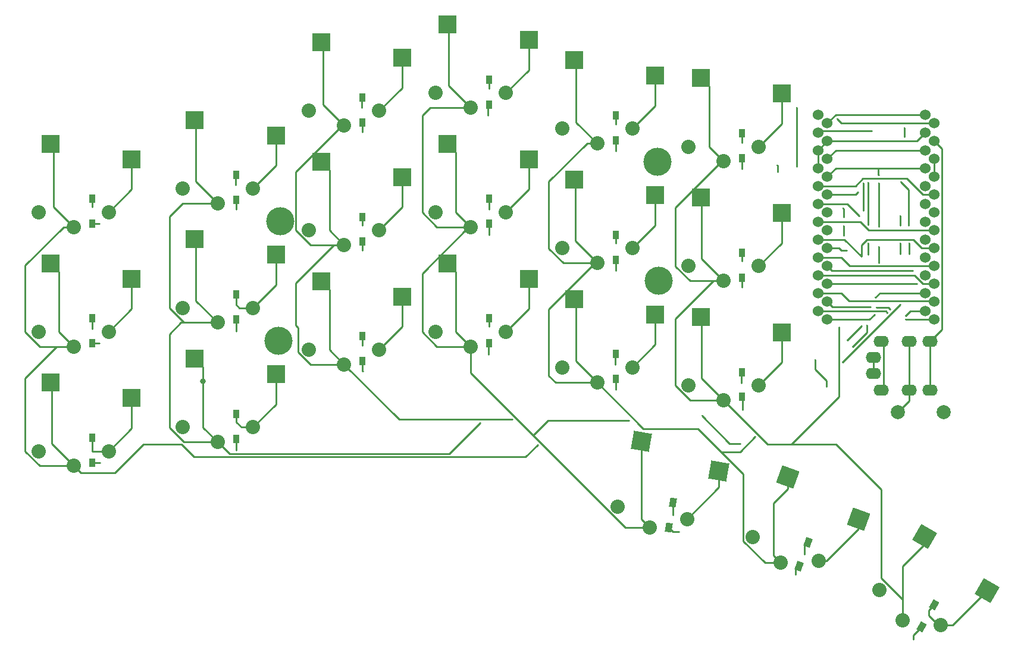
<source format=gbr>
%TF.GenerationSoftware,KiCad,Pcbnew,7.0.6*%
%TF.CreationDate,2023-09-19T12:27:45+07:00*%
%TF.ProjectId,dream,64726561-6d2e-46b6-9963-61645f706362,rev?*%
%TF.SameCoordinates,Original*%
%TF.FileFunction,Copper,L2,Bot*%
%TF.FilePolarity,Positive*%
%FSLAX46Y46*%
G04 Gerber Fmt 4.6, Leading zero omitted, Abs format (unit mm)*
G04 Created by KiCad (PCBNEW 7.0.6) date 2023-09-19 12:27:45*
%MOMM*%
%LPD*%
G01*
G04 APERTURE LIST*
G04 Aperture macros list*
%AMRotRect*
0 Rectangle, with rotation*
0 The origin of the aperture is its center*
0 $1 length*
0 $2 width*
0 $3 Rotation angle, in degrees counterclockwise*
0 Add horizontal line*
21,1,$1,$2,0,0,$3*%
G04 Aperture macros list end*
%TA.AperFunction,ComponentPad*%
%ADD10C,0.500000*%
%TD*%
%TA.AperFunction,ComponentPad*%
%ADD11C,4.000000*%
%TD*%
%TA.AperFunction,SMDPad,CuDef*%
%ADD12R,2.600000X2.600000*%
%TD*%
%TA.AperFunction,ComponentPad*%
%ADD13C,2.032000*%
%TD*%
%TA.AperFunction,ComponentPad*%
%ADD14O,2.200000X1.600000*%
%TD*%
%TA.AperFunction,ComponentPad*%
%ADD15C,2.000000*%
%TD*%
%TA.AperFunction,SMDPad,CuDef*%
%ADD16RotRect,2.600000X2.600000X340.000000*%
%TD*%
%TA.AperFunction,SMDPad,CuDef*%
%ADD17RotRect,2.600000X2.600000X330.000000*%
%TD*%
%TA.AperFunction,SMDPad,CuDef*%
%ADD18RotRect,2.600000X2.600000X350.000000*%
%TD*%
%TA.AperFunction,ComponentPad*%
%ADD19C,1.524000*%
%TD*%
%TA.AperFunction,SMDPad,CuDef*%
%ADD20R,0.950000X1.300000*%
%TD*%
%TA.AperFunction,SMDPad,CuDef*%
%ADD21RotRect,1.300000X0.950000X60.000000*%
%TD*%
%TA.AperFunction,SMDPad,CuDef*%
%ADD22RotRect,1.300000X0.950000X80.000000*%
%TD*%
%TA.AperFunction,SMDPad,CuDef*%
%ADD23RotRect,1.300000X0.950000X70.000000*%
%TD*%
%TA.AperFunction,ViaPad*%
%ADD24C,0.300000*%
%TD*%
%TA.AperFunction,ViaPad*%
%ADD25C,0.800000*%
%TD*%
%TA.AperFunction,Conductor*%
%ADD26C,0.250000*%
%TD*%
G04 APERTURE END LIST*
D10*
%TO.P,H20,1*%
%TO.N,N/C*%
X81620000Y37435000D03*
X82060000Y38495000D03*
X82060000Y36375000D03*
X83120000Y38935000D03*
D11*
X83120000Y37435000D03*
D10*
X83120000Y35935000D03*
X84180000Y38495000D03*
X84180000Y36375000D03*
X84620000Y37435000D03*
%TD*%
D12*
%TO.P,S17,1,1*%
%TO.N,c5*%
X71225000Y17850000D03*
D13*
X74500000Y6000000D03*
%TO.P,S17,2,2*%
%TO.N,Net-(D17-A)*%
X69500000Y8100000D03*
X79500000Y8100000D03*
D12*
X82775000Y15650000D03*
%TD*%
D10*
%TO.P,H21,1*%
%TO.N,N/C*%
X27900000Y28935000D03*
X28340000Y29995000D03*
X28340000Y27875000D03*
X29400000Y30435000D03*
D11*
X29400000Y28935000D03*
D10*
X29400000Y27435000D03*
X30460000Y29995000D03*
X30460000Y27875000D03*
X30900000Y28935000D03*
%TD*%
D14*
%TO.P,U2,1,SLEEVE*%
%TO.N,unconnected-(U2-SLEEVE-Pad1)*%
X113792500Y9522500D03*
X113792500Y7222500D03*
%TO.P,U2,2,TIP*%
%TO.N,VCC*%
X114892500Y11822500D03*
X114892500Y4922500D03*
%TO.P,U2,3,RING1*%
%TO.N,GND*%
X118892500Y11822500D03*
X118892500Y4922500D03*
%TO.P,U2,4,RING2*%
%TO.N,data*%
X121892500Y11822500D03*
X121892500Y4922500D03*
%TD*%
D15*
%TO.P,SW1,1,1*%
%TO.N,RST*%
X123820000Y1785000D03*
%TO.P,SW1,2,2*%
%TO.N,GND*%
X117320000Y1785000D03*
%TD*%
D12*
%TO.P,S4,1,1*%
%TO.N,c4*%
X53225000Y56950000D03*
D13*
X56500000Y45100000D03*
%TO.P,S4,2,2*%
%TO.N,Net-(D4-A)*%
X51500000Y47200000D03*
X61500000Y47200000D03*
D12*
X64775000Y54750000D03*
%TD*%
%TO.P,S8,1,1*%
%TO.N,c2*%
X17225000Y26350000D03*
D13*
X20500000Y14500000D03*
%TO.P,S8,2,2*%
%TO.N,Net-(D8-A)*%
X15500000Y16600000D03*
X25500000Y16600000D03*
D12*
X28775000Y24150000D03*
%TD*%
%TO.P,S6,1,1*%
%TO.N,c6*%
X89225000Y49300000D03*
D13*
X92500000Y37450000D03*
%TO.P,S6,2,2*%
%TO.N,Net-(D6-A)*%
X87500000Y39550000D03*
X97500000Y39550000D03*
D12*
X100775000Y47100000D03*
%TD*%
D16*
%TO.P,S20,1,1*%
%TO.N,c5*%
X101607527Y-7433713D03*
D13*
X100632081Y-19689187D03*
%TO.P,S20,2,2*%
%TO.N,Net-(D20-A)*%
X96651861Y-16005732D03*
X106048787Y-19425933D03*
D16*
X111708532Y-13451370D03*
%TD*%
D12*
%TO.P,S12,1,1*%
%TO.N,c6*%
X89225000Y32300000D03*
D13*
X92500000Y20450000D03*
%TO.P,S12,2,2*%
%TO.N,Net-(D12-A)*%
X87500000Y22550000D03*
X97500000Y22550000D03*
D12*
X100775000Y30100000D03*
%TD*%
%TO.P,S14,1,1*%
%TO.N,c2*%
X17225000Y9350000D03*
D13*
X20500000Y-2500000D03*
%TO.P,S14,2,2*%
%TO.N,Net-(D14-A)*%
X15500000Y-400000D03*
X25500000Y-400000D03*
D12*
X28775000Y7150000D03*
%TD*%
%TO.P,S10,1,1*%
%TO.N,c4*%
X53225000Y39950000D03*
D13*
X56500000Y28100000D03*
%TO.P,S10,2,2*%
%TO.N,Net-(D10-A)*%
X51500000Y30200000D03*
X61500000Y30200000D03*
D12*
X64775000Y37750000D03*
%TD*%
%TO.P,S13,1,1*%
%TO.N,c1*%
X-3275000Y5950000D03*
D13*
X0Y-5900000D03*
%TO.P,S13,2,2*%
%TO.N,Net-(D13-A)*%
X-5000000Y-3800000D03*
X5000000Y-3800000D03*
D12*
X8275000Y3750000D03*
%TD*%
%TO.P,S16,1,1*%
%TO.N,c4*%
X53225000Y22950000D03*
D13*
X56500000Y11100000D03*
%TO.P,S16,2,2*%
%TO.N,Net-(D16-A)*%
X51500000Y13200000D03*
X61500000Y13200000D03*
D12*
X64775000Y20750000D03*
%TD*%
%TO.P,S7,1,1*%
%TO.N,c1*%
X-3275000Y22950000D03*
D13*
X0Y11100000D03*
%TO.P,S7,2,2*%
%TO.N,Net-(D7-A)*%
X-5000000Y13200000D03*
X5000000Y13200000D03*
D12*
X8275000Y20750000D03*
%TD*%
D17*
%TO.P,S21,1,1*%
%TO.N,c6*%
X121065803Y-15962897D03*
D13*
X117977036Y-27862798D03*
%TO.P,S21,2,2*%
%TO.N,Net-(D21-A)*%
X114696909Y-23544144D03*
X123357163Y-28544144D03*
D17*
X129968396Y-23643153D03*
%TD*%
D12*
%TO.P,S11,1,1*%
%TO.N,c5*%
X71225000Y34850000D03*
D13*
X74500000Y23000000D03*
%TO.P,S11,2,2*%
%TO.N,Net-(D11-A)*%
X69500000Y25100000D03*
X79500000Y25100000D03*
D12*
X82775000Y32650000D03*
%TD*%
%TO.P,S18,1,1*%
%TO.N,c6*%
X89225000Y15300000D03*
D13*
X92500000Y3450000D03*
%TO.P,S18,2,2*%
%TO.N,Net-(D18-A)*%
X87500000Y5550000D03*
X97500000Y5550000D03*
D12*
X100775000Y13100000D03*
%TD*%
%TO.P,S3,1,1*%
%TO.N,c3*%
X35225000Y54400000D03*
D13*
X38500000Y42550000D03*
%TO.P,S3,2,2*%
%TO.N,Net-(D3-A)*%
X33500000Y44650000D03*
X43500000Y44650000D03*
D12*
X46775000Y52200000D03*
%TD*%
D18*
%TO.P,S19,1,1*%
%TO.N,c4*%
X80830004Y-2415238D03*
D13*
X81997518Y-14653907D03*
%TO.P,S19,2,2*%
%TO.N,Net-(D19-A)*%
X77438141Y-11717570D03*
X87286218Y-13454052D03*
D18*
X91822508Y-6587451D03*
%TD*%
D10*
%TO.P,H22,1*%
%TO.N,N/C*%
X81790000Y20455000D03*
X82230000Y21515000D03*
X82230000Y19395000D03*
X83290000Y21955000D03*
D11*
X83290000Y20455000D03*
D10*
X83290000Y18955000D03*
X84350000Y21515000D03*
X84350000Y19395000D03*
X84790000Y20455000D03*
%TD*%
D12*
%TO.P,S9,1,1*%
%TO.N,c3*%
X35225000Y37400000D03*
D13*
X38500000Y25550000D03*
%TO.P,S9,2,2*%
%TO.N,Net-(D9-A)*%
X33500000Y27650000D03*
X43500000Y27650000D03*
D12*
X46775000Y35200000D03*
%TD*%
%TO.P,S5,1,1*%
%TO.N,c5*%
X71225000Y51850000D03*
D13*
X74500000Y40000000D03*
%TO.P,S5,2,2*%
%TO.N,Net-(D5-A)*%
X69500000Y42100000D03*
X79500000Y42100000D03*
D12*
X82775000Y49650000D03*
%TD*%
%TO.P,S15,1,1*%
%TO.N,c3*%
X35225000Y20400000D03*
D13*
X38500000Y8550000D03*
%TO.P,S15,2,2*%
%TO.N,Net-(D15-A)*%
X33500000Y10650000D03*
X43500000Y10650000D03*
D12*
X46775000Y18200000D03*
%TD*%
D10*
%TO.P,H19,1*%
%TO.N,N/C*%
X27660000Y11935000D03*
X28100000Y12995000D03*
X28100000Y10875000D03*
X29160000Y13435000D03*
D11*
X29160000Y11935000D03*
D10*
X29160000Y10435000D03*
X30220000Y12995000D03*
X30220000Y10875000D03*
X30660000Y11935000D03*
%TD*%
D12*
%TO.P,S2,1,1*%
%TO.N,c2*%
X17225000Y43350000D03*
D13*
X20500000Y31500000D03*
%TO.P,S2,2,2*%
%TO.N,Net-(D2-A)*%
X15500000Y33600000D03*
X25500000Y33600000D03*
D12*
X28775000Y41150000D03*
%TD*%
D19*
%TO.P,U1,1,TX0/PD3*%
%TO.N,unconnected-(U1-TX0{slash}PD3-Pad1)*%
X105950000Y44075000D03*
X122488815Y42879255D03*
%TO.P,U1,2,RX1/PD2*%
%TO.N,data*%
X105950000Y41535000D03*
X122488815Y40339255D03*
%TO.P,U1,3,GND*%
%TO.N,GND*%
X105950000Y38995000D03*
X122488815Y37799255D03*
%TO.P,U1,4,GND*%
X105950000Y36455000D03*
X122488815Y35259255D03*
%TO.P,U1,5,2/PD1*%
%TO.N,c1*%
X105950000Y33915000D03*
X122488815Y32719255D03*
%TO.P,U1,6,3/PD0*%
%TO.N,c2*%
X105950000Y31375000D03*
X122488815Y30179255D03*
%TO.P,U1,7,4/PD4*%
%TO.N,c3*%
X105950000Y28835000D03*
X122488815Y27639255D03*
%TO.P,U1,8,5/PC6*%
%TO.N,c4*%
X105950000Y26295000D03*
X122488815Y25099255D03*
%TO.P,U1,9,6/PD7*%
%TO.N,c5*%
X105950000Y23755000D03*
X122488815Y22559255D03*
%TO.P,U1,10,7/PE6*%
%TO.N,c6*%
X105950000Y21215000D03*
X122488815Y20019255D03*
%TO.P,U1,11,8/PB4*%
%TO.N,unconnected-(U1-8{slash}PB4-Pad11)*%
X105950000Y18675000D03*
X122488815Y17479255D03*
%TO.P,U1,12,9/PB5*%
%TO.N,unconnected-(U1-9{slash}PB5-Pad12)*%
X105950000Y16135000D03*
X122488815Y14939255D03*
%TO.P,U1,13,10/PB6*%
%TO.N,unconnected-(U1-10{slash}PB6-Pad13)*%
X107248815Y14939255D03*
X121190000Y16135000D03*
%TO.P,U1,14,16/PB2*%
%TO.N,unconnected-(U1-16{slash}PB2-Pad14)*%
X107248815Y17479255D03*
X121190000Y18675000D03*
%TO.P,U1,15,14/PB3*%
%TO.N,unconnected-(U1-14{slash}PB3-Pad15)*%
X107248815Y20019255D03*
X121190000Y21215000D03*
%TO.P,U1,16,15/PB1*%
%TO.N,unconnected-(U1-15{slash}PB1-Pad16)*%
X107248815Y22559255D03*
X121190000Y23755000D03*
%TO.P,U1,17,A0/PF7*%
%TO.N,r4*%
X107248815Y25099255D03*
X121190000Y26295000D03*
%TO.P,U1,18,A1/PF6*%
%TO.N,r3*%
X107248815Y27639255D03*
X121190000Y28835000D03*
%TO.P,U1,19,A2/PF5*%
%TO.N,r2*%
X107248815Y30179255D03*
X121190000Y31375000D03*
%TO.P,U1,20,A3/PF4*%
%TO.N,r1*%
X107248815Y32719255D03*
X121190000Y33915000D03*
%TO.P,U1,21,VCC*%
%TO.N,VCC*%
X107248815Y35259255D03*
X121190000Y36455000D03*
%TO.P,U1,22,RST*%
%TO.N,RST*%
X107248815Y37799255D03*
X121190000Y38995000D03*
%TO.P,U1,23,GND*%
%TO.N,GND*%
X107248815Y40339255D03*
X121190000Y41535000D03*
%TO.P,U1,24,RAW*%
%TO.N,unconnected-(U1-RAW-Pad24)*%
X107248815Y42879255D03*
X121190000Y44075000D03*
%TD*%
D12*
%TO.P,S1,1,1*%
%TO.N,c1*%
X-3275000Y39950000D03*
D13*
X0Y28100000D03*
%TO.P,S1,2,2*%
%TO.N,Net-(D1-A)*%
X-5000000Y30200000D03*
X5000000Y30200000D03*
D12*
X8275000Y37750000D03*
%TD*%
D20*
%TO.P,D8,1,K*%
%TO.N,r2*%
X23130000Y14965000D03*
%TO.P,D8,2,A*%
%TO.N,Net-(D8-A)*%
X23130000Y18515000D03*
%TD*%
%TO.P,D6,1,K*%
%TO.N,r1*%
X95130000Y37915000D03*
%TO.P,D6,2,A*%
%TO.N,Net-(D6-A)*%
X95130000Y41465000D03*
%TD*%
%TO.P,D15,1,K*%
%TO.N,r3*%
X41130000Y9015000D03*
%TO.P,D15,2,A*%
%TO.N,Net-(D15-A)*%
X41130000Y12565000D03*
%TD*%
D21*
%TO.P,D21,1,K*%
%TO.N,r4*%
X120682500Y-28792195D03*
%TO.P,D21,2,A*%
%TO.N,Net-(D21-A)*%
X122457500Y-25717805D03*
%TD*%
D20*
%TO.P,D5,1,K*%
%TO.N,r1*%
X77130000Y40465000D03*
%TO.P,D5,2,A*%
%TO.N,Net-(D5-A)*%
X77130000Y44015000D03*
%TD*%
D22*
%TO.P,D19,1,K*%
%TO.N,r4*%
X84668309Y-14652667D03*
%TO.P,D19,2,A*%
%TO.N,Net-(D19-A)*%
X85284761Y-11156599D03*
%TD*%
D20*
%TO.P,D17,1,K*%
%TO.N,r3*%
X77130000Y6465000D03*
%TO.P,D17,2,A*%
%TO.N,Net-(D17-A)*%
X77130000Y10015000D03*
%TD*%
%TO.P,D4,1,K*%
%TO.N,r1*%
X59130000Y45565000D03*
%TO.P,D4,2,A*%
%TO.N,Net-(D4-A)*%
X59130000Y49115000D03*
%TD*%
%TO.P,D14,1,K*%
%TO.N,r3*%
X23130000Y-2035000D03*
%TO.P,D14,2,A*%
%TO.N,Net-(D14-A)*%
X23130000Y1515000D03*
%TD*%
%TO.P,D9,1,K*%
%TO.N,r2*%
X41130000Y26015000D03*
%TO.P,D9,2,A*%
%TO.N,Net-(D9-A)*%
X41130000Y29565000D03*
%TD*%
%TO.P,D3,1,K*%
%TO.N,r1*%
X41130000Y43015000D03*
%TO.P,D3,2,A*%
%TO.N,Net-(D3-A)*%
X41130000Y46565000D03*
%TD*%
%TO.P,D13,1,K*%
%TO.N,r3*%
X2630000Y-5435000D03*
%TO.P,D13,2,A*%
%TO.N,Net-(D13-A)*%
X2630000Y-1885000D03*
%TD*%
%TO.P,D10,1,K*%
%TO.N,r2*%
X59130000Y28565000D03*
%TO.P,D10,2,A*%
%TO.N,Net-(D10-A)*%
X59130000Y32115000D03*
%TD*%
%TO.P,D1,1,K*%
%TO.N,r1*%
X2630000Y28565000D03*
%TO.P,D1,2,A*%
%TO.N,Net-(D1-A)*%
X2630000Y32115000D03*
%TD*%
%TO.P,D18,1,K*%
%TO.N,r3*%
X95130000Y3915000D03*
%TO.P,D18,2,A*%
%TO.N,Net-(D18-A)*%
X95130000Y7465000D03*
%TD*%
%TO.P,D11,1,K*%
%TO.N,r2*%
X77130000Y23465000D03*
%TO.P,D11,2,A*%
%TO.N,Net-(D11-A)*%
X77130000Y27015000D03*
%TD*%
%TO.P,D16,1,K*%
%TO.N,r3*%
X59130000Y11565000D03*
%TO.P,D16,2,A*%
%TO.N,Net-(D16-A)*%
X59130000Y15115000D03*
%TD*%
%TO.P,D2,1,K*%
%TO.N,r1*%
X23130000Y31965000D03*
%TO.P,D2,2,A*%
%TO.N,Net-(D2-A)*%
X23130000Y35515000D03*
%TD*%
%TO.P,D7,1,K*%
%TO.N,r2*%
X2630000Y11565000D03*
%TO.P,D7,2,A*%
%TO.N,Net-(D7-A)*%
X2630000Y15115000D03*
%TD*%
D23*
%TO.P,D20,1,K*%
%TO.N,r4*%
X103262513Y-20151742D03*
%TO.P,D20,2,A*%
%TO.N,Net-(D20-A)*%
X104476685Y-16815834D03*
%TD*%
D20*
%TO.P,D12,1,K*%
%TO.N,r2*%
X95130000Y20915000D03*
%TO.P,D12,2,A*%
%TO.N,Net-(D12-A)*%
X95130000Y24465000D03*
%TD*%
D24*
%TO.N,unconnected-(U1-TX0{slash}PD3-Pad1)*%
X108630000Y43485000D03*
%TO.N,unconnected-(U1-9{slash}PB5-Pad12)*%
X115804477Y15910523D03*
X118418000Y14945000D03*
%TO.N,unconnected-(U1-16{slash}PB2-Pad14)*%
X114110000Y18062500D03*
X113384500Y16715000D03*
%TO.N,unconnected-(U1-15{slash}PB1-Pad16)*%
X119370000Y21935000D03*
%TO.N,unconnected-(U1-14{slash}PB3-Pad15)*%
X120010000Y20045000D03*
%TO.N,unconnected-(U1-10{slash}PB6-Pad13)*%
X113980000Y15660500D03*
X114250000Y16655000D03*
X118418000Y15444503D03*
X116200000Y16405000D03*
%TO.N,r4*%
X119520000Y-30585000D03*
X102750000Y-21395000D03*
X86100000Y-15255000D03*
X110050000Y24775000D03*
%TO.N,r3*%
X41150000Y7615000D03*
X23120000Y-3695000D03*
X95180000Y2065000D03*
X113060000Y28425000D03*
X3740000Y-5425000D03*
X59060000Y9935000D03*
X102861897Y45075000D03*
X77150000Y4935000D03*
X102861897Y36693103D03*
X113100000Y34435000D03*
%TO.N,r2*%
X3670000Y11585000D03*
X100150000Y35940500D03*
X59160000Y27005000D03*
X112374652Y34379822D03*
X100140000Y36895000D03*
X23140000Y13265000D03*
X41120000Y24785000D03*
X77160000Y21925000D03*
X112370000Y30475000D03*
X95130000Y19535000D03*
%TO.N,r1*%
X111610000Y33055000D03*
X77150000Y38935000D03*
X23160000Y30605000D03*
X58990000Y44035000D03*
X95110000Y36415000D03*
X3670000Y28595000D03*
X41130000Y41625000D03*
%TO.N,c6*%
X90410500Y46705000D03*
X119397106Y-18732106D03*
X108930000Y13805000D03*
X89375000Y29335000D03*
X89375000Y12005000D03*
X109070000Y21215000D03*
%TO.N,c5*%
X100050907Y-10745907D03*
X71375000Y31595000D03*
X110590000Y22559255D03*
X71504999Y14545000D03*
X71504999Y48925000D03*
X97011977Y-1733023D03*
%TO.N,c4*%
X80830004Y-5805000D03*
X79030000Y575000D03*
X54410500Y37145000D03*
X54410500Y19515000D03*
X53375000Y53845000D03*
X110069477Y11995523D03*
X112090000Y23915000D03*
X112090000Y14016046D03*
%TO.N,c3*%
X36410500Y17075000D03*
X35504999Y50675000D03*
X113059647Y27753601D03*
X62439032Y714032D03*
X112910000Y14105000D03*
X110880500Y11045000D03*
X36410500Y34035000D03*
X113070000Y24215000D03*
X113053721Y25820500D03*
%TO.N,c2*%
X89410000Y1265000D03*
X17375000Y22355000D03*
X94850000Y-2695000D03*
X57880000Y239532D03*
X109410000Y8845000D03*
X17375000Y40055000D03*
X117590000Y24300500D03*
X117640000Y28360500D03*
X111750000Y29704755D03*
X117620000Y29704755D03*
X117610000Y17045000D03*
X117640000Y25820500D03*
D25*
X18410500Y6115000D03*
D24*
%TO.N,c1*%
X107160000Y5395000D03*
X109480000Y30755000D03*
X-3125000Y2615000D03*
X105540000Y9235000D03*
X109610000Y26915000D03*
X109580000Y33915000D03*
X-2830000Y36655000D03*
X109610000Y28285000D03*
X109580000Y29505000D03*
X66029032Y-2875968D03*
X-2089500Y19605000D03*
%TO.N,VCC*%
X114540000Y28205000D03*
X114590000Y23033755D03*
X114540000Y35555000D03*
X114540000Y34389500D03*
X114600000Y25249500D03*
%TO.N,RST*%
X118190000Y40945000D03*
X118200000Y42259500D03*
X118220000Y38995000D03*
%TO.N,Net-(D9-A)*%
X41090000Y28375000D03*
%TO.N,Net-(D8-A)*%
X23110000Y17085000D03*
%TO.N,Net-(D7-A)*%
X2640000Y13615000D03*
%TO.N,Net-(D6-A)*%
X95110000Y40095000D03*
%TO.N,Net-(D5-A)*%
X77140000Y42745000D03*
%TO.N,Net-(D4-A)*%
X59100000Y47805000D03*
%TO.N,Net-(D3-A)*%
X41020000Y45095000D03*
%TO.N,Net-(D21-A)*%
X121730000Y-27215000D03*
%TO.N,Net-(D20-A)*%
X104000000Y-18475000D03*
%TO.N,Net-(D2-A)*%
X23040000Y34125000D03*
%TO.N,Net-(D19-A)*%
X85300000Y-12935000D03*
%TO.N,Net-(D18-A)*%
X95060000Y5935000D03*
%TO.N,Net-(D17-A)*%
X77110000Y8515000D03*
%TO.N,Net-(D16-A)*%
X59100000Y13915000D03*
%TO.N,Net-(D15-A)*%
X41130000Y11265000D03*
%TO.N,Net-(D14-A)*%
X23150000Y325000D03*
%TO.N,Net-(D13-A)*%
X2620000Y-3775000D03*
%TO.N,Net-(D12-A)*%
X95150000Y23225000D03*
%TO.N,Net-(D11-A)*%
X77130000Y25785000D03*
%TO.N,Net-(D10-A)*%
X59120000Y30635000D03*
%TO.N,Net-(D1-A)*%
X2660000Y30925000D03*
%TO.N,GND*%
X116000000Y40339255D03*
X117750000Y34527500D03*
X118870000Y24300500D03*
X118870000Y25820500D03*
X118840000Y28360500D03*
%TO.N,data*%
X113574500Y41792255D03*
%TD*%
D26*
%TO.N,unconnected-(U1-TX0{slash}PD3-Pad1)*%
X122488815Y42879255D02*
X109235745Y42879255D01*
X109235745Y42879255D02*
X108630000Y43485000D01*
%TO.N,unconnected-(U1-RAW-Pad24)*%
X108444560Y44075000D02*
X107248815Y42879255D01*
X121190000Y44075000D02*
X108444560Y44075000D01*
%TO.N,unconnected-(U1-9{slash}PB5-Pad12)*%
X118423745Y14939255D02*
X122488815Y14939255D01*
X105950000Y16135000D02*
X115580000Y16135000D01*
X118418000Y14945000D02*
X118423745Y14939255D01*
X115580000Y16135000D02*
X115804477Y15910523D01*
%TO.N,unconnected-(U1-8{slash}PB4-Pad11)*%
X122380070Y17588000D02*
X122488815Y17479255D01*
X110317070Y17588000D02*
X122380070Y17588000D01*
X109230070Y18675000D02*
X110317070Y17588000D01*
X105950000Y18675000D02*
X109230070Y18675000D01*
%TO.N,unconnected-(U1-16{slash}PB2-Pad14)*%
X121190000Y18675000D02*
X114722500Y18675000D01*
X113384500Y16715000D02*
X108013070Y16715000D01*
X114722500Y18675000D02*
X114110000Y18062500D01*
X108013070Y16715000D02*
X107248815Y17479255D01*
%TO.N,unconnected-(U1-15{slash}PB1-Pad16)*%
X107873070Y21935000D02*
X107248815Y22559255D01*
X119370000Y21935000D02*
X107873070Y21935000D01*
%TO.N,unconnected-(U1-14{slash}PB3-Pad15)*%
X120010000Y20045000D02*
X119984255Y20019255D01*
X119984255Y20019255D02*
X107248815Y20019255D01*
%TO.N,unconnected-(U1-10{slash}PB6-Pad13)*%
X114250000Y16655000D02*
X115950000Y16655000D01*
X118418000Y15444503D02*
X119108497Y16135000D01*
X107248815Y14939255D02*
X113258755Y14939255D01*
X119108497Y16135000D02*
X121190000Y16135000D01*
X113258755Y14939255D02*
X113980000Y15660500D01*
X115950000Y16655000D02*
X116200000Y16405000D01*
%TO.N,r4*%
X86100000Y-15255000D02*
X85270642Y-15255000D01*
X102750000Y-20664255D02*
X103262513Y-20151742D01*
X119520000Y-29954695D02*
X120682500Y-28792195D01*
X109220000Y24775000D02*
X108895745Y25099255D01*
X102750000Y-21395000D02*
X102750000Y-20664255D01*
X110050000Y24775000D02*
X109220000Y24775000D01*
X119520000Y-30585000D02*
X119520000Y-29954695D01*
X85270642Y-15255000D02*
X84668309Y-14652667D01*
X108895745Y25099255D02*
X107248815Y25099255D01*
%TO.N,r3*%
X2640000Y-5425000D02*
X2630000Y-5435000D01*
X3740000Y-5425000D02*
X2640000Y-5425000D01*
X41130000Y7635000D02*
X41150000Y7615000D01*
X59060000Y11495000D02*
X59130000Y11565000D01*
X95180000Y3865000D02*
X95130000Y3915000D01*
X77150000Y6445000D02*
X77130000Y6465000D01*
X59060000Y9935000D02*
X59060000Y11495000D01*
X113100000Y28465000D02*
X113060000Y28425000D01*
X23120000Y-3155000D02*
X23150000Y-3125000D01*
X102861897Y45075000D02*
X102861897Y36693103D01*
X95180000Y2065000D02*
X95180000Y3865000D01*
X23150000Y-2055000D02*
X23130000Y-2035000D01*
X41130000Y9015000D02*
X41130000Y7635000D01*
X113100000Y34435000D02*
X113100000Y28465000D01*
X77150000Y4935000D02*
X77150000Y6445000D01*
X23150000Y-3125000D02*
X23150000Y-2055000D01*
X23120000Y-3695000D02*
X23120000Y-3155000D01*
%TO.N,r2*%
X41120000Y26005000D02*
X41130000Y26015000D01*
X23140000Y13265000D02*
X23140000Y14955000D01*
X23140000Y14955000D02*
X23130000Y14965000D01*
X77160000Y23435000D02*
X77130000Y23465000D01*
X2650000Y11585000D02*
X2630000Y11565000D01*
X3670000Y11585000D02*
X2650000Y11585000D01*
X112370000Y34375170D02*
X112370000Y30475000D01*
X77160000Y21925000D02*
X77160000Y23435000D01*
X95130000Y19535000D02*
X95130000Y20915000D01*
X59160000Y27005000D02*
X59160000Y28535000D01*
X100150000Y36885000D02*
X100140000Y36895000D01*
X100150000Y35940500D02*
X100150000Y36885000D01*
X41120000Y24785000D02*
X41120000Y26005000D01*
X112374652Y34379822D02*
X112370000Y34375170D01*
X59160000Y28535000D02*
X59130000Y28565000D01*
%TO.N,r1*%
X2660000Y28595000D02*
X2630000Y28565000D01*
X23160000Y31935000D02*
X23130000Y31965000D01*
X41130000Y43015000D02*
X41130000Y41625000D01*
X95110000Y37895000D02*
X95130000Y37915000D01*
X3670000Y28595000D02*
X2660000Y28595000D01*
X111274255Y32719255D02*
X111610000Y33055000D01*
X77150000Y38935000D02*
X77150000Y40445000D01*
X77150000Y40445000D02*
X77130000Y40465000D01*
X95110000Y36415000D02*
X95110000Y37895000D01*
X23160000Y30605000D02*
X23160000Y31935000D01*
X107248815Y32719255D02*
X111274255Y32719255D01*
X58990000Y44035000D02*
X58990000Y45425000D01*
X58990000Y45425000D02*
X59130000Y45565000D01*
%TO.N,c6*%
X89375000Y12005000D02*
X89375000Y6575000D01*
X89375000Y15150000D02*
X89375000Y12005000D01*
X92500000Y3450000D02*
X98745000Y-2795000D01*
X92500000Y3450000D02*
X87703539Y3450000D01*
X102170000Y-2795000D02*
X108920000Y3955000D01*
X87703539Y20450000D02*
X85625000Y22528539D01*
X89225000Y15300000D02*
X89375000Y15150000D01*
X85625000Y22528539D02*
X85625000Y30876650D01*
X85625000Y5528539D02*
X85625000Y15011840D01*
X89225000Y49300000D02*
X90410500Y48114500D01*
X120848494Y20019255D02*
X122488815Y20019255D01*
X85625000Y15011840D02*
X91063160Y20450000D01*
X98745000Y-2795000D02*
X102170000Y-2795000D01*
X105950000Y21215000D02*
X108920000Y21215000D01*
X119397106Y-18732106D02*
X117977036Y-20152176D01*
X90410500Y39539500D02*
X92500000Y37450000D01*
X117977036Y-20152176D02*
X117977036Y-27862798D01*
X119652749Y21215000D02*
X120848494Y20019255D01*
X90410500Y46705000D02*
X90410500Y39539500D01*
X90410500Y48114500D02*
X90410500Y46705000D01*
X114937996Y-9222996D02*
X114937996Y-21888770D01*
X92198350Y37450000D02*
X92500000Y37450000D01*
X89375000Y23575000D02*
X92500000Y20450000D01*
X109070000Y21215000D02*
X119652749Y21215000D01*
X121065803Y-15962897D02*
X121065803Y-17063409D01*
X102170000Y-2795000D02*
X108510000Y-2795000D01*
X85625000Y30876650D02*
X92198350Y37450000D01*
X89375000Y32150000D02*
X89375000Y29335000D01*
X108920000Y3955000D02*
X108920000Y13835000D01*
X92500000Y20450000D02*
X87703539Y20450000D01*
X117977036Y-24927810D02*
X117977036Y-27862798D01*
X108510000Y-2795000D02*
X114937996Y-9222996D01*
X108920000Y21215000D02*
X109070000Y21215000D01*
X91063160Y20450000D02*
X92500000Y20450000D01*
X87703539Y3450000D02*
X85625000Y5528539D01*
X114937996Y-21888770D02*
X117977036Y-24927810D01*
X108920000Y13815000D02*
X108930000Y13805000D01*
X121065803Y-17063409D02*
X119397106Y-18732106D01*
X89225000Y32300000D02*
X89375000Y32150000D01*
X89375000Y29335000D02*
X89375000Y23575000D01*
X89375000Y6575000D02*
X92500000Y3450000D01*
X108920000Y13835000D02*
X108920000Y13815000D01*
%TO.N,c5*%
X98404187Y-19689187D02*
X100632081Y-19689187D01*
X81084245Y-584245D02*
X88839422Y-584245D01*
X101607527Y-7433713D02*
X101607527Y-9189288D01*
X71504999Y17570001D02*
X71504999Y14545000D01*
X101607527Y-9189288D02*
X100050907Y-10745907D01*
X71375000Y34700000D02*
X71375000Y31595000D01*
X71504999Y51570001D02*
X71504999Y48925000D01*
X71504999Y48925000D02*
X71504999Y42995001D01*
X71504999Y14545000D02*
X71504999Y8995001D01*
X74198350Y23000000D02*
X67625000Y16426650D01*
X67625000Y6950000D02*
X68575000Y6000000D01*
X67625000Y16426650D02*
X67625000Y6950000D01*
X74500000Y23000000D02*
X74198350Y23000000D01*
X88839422Y-584245D02*
X92175088Y-3919912D01*
X92175088Y-3919912D02*
X95310861Y-7055684D01*
X71225000Y34850000D02*
X71375000Y34700000D01*
X105950000Y23755000D02*
X109229819Y23755000D01*
X71225000Y17850000D02*
X71504999Y17570001D01*
X71375000Y26125000D02*
X74500000Y23000000D01*
X68575000Y6000000D02*
X74500000Y6000000D01*
X69703539Y23000000D02*
X74500000Y23000000D01*
X71504999Y8995001D02*
X74500000Y6000000D01*
X95310861Y-16595861D02*
X98404187Y-19689187D01*
X74500000Y6000000D02*
X81084245Y-584245D01*
X67625000Y25078539D02*
X69703539Y23000000D01*
X74500000Y40000000D02*
X73063160Y40000000D01*
X110425564Y22559255D02*
X110590000Y22559255D01*
X71375000Y31595000D02*
X71375000Y26125000D01*
X71504999Y42995001D02*
X74500000Y40000000D01*
X109229819Y23755000D02*
X110425564Y22559255D01*
X100050907Y-10745907D02*
X99616082Y-11180733D01*
X71225000Y51850000D02*
X71504999Y51570001D01*
X110590000Y22559255D02*
X122488815Y22559255D01*
X94825088Y-3919912D02*
X97011977Y-1733023D01*
X99616082Y-18673188D02*
X100632081Y-19689187D01*
X67625000Y34561840D02*
X67625000Y25078539D01*
X92175088Y-3919912D02*
X94825088Y-3919912D01*
X95310861Y-7055684D02*
X95310861Y-16595861D01*
X73063160Y40000000D02*
X67625000Y34561840D01*
X99616082Y-11180733D02*
X99616082Y-18673188D01*
%TO.N,c4*%
X53375000Y53845000D02*
X53375000Y48225000D01*
X56500000Y28100000D02*
X56198350Y28100000D01*
X51703539Y11100000D02*
X56500000Y11100000D01*
X112090000Y23915000D02*
X109710000Y26295000D01*
X80830004Y-13486393D02*
X81997518Y-14653907D01*
X54410500Y21764500D02*
X54410500Y19515000D01*
X49620000Y21521650D02*
X49620000Y13183539D01*
X54410500Y30189500D02*
X56500000Y28100000D01*
X56500000Y45100000D02*
X50748350Y45100000D01*
X112090000Y23915000D02*
X112090000Y25535000D01*
X54410500Y38764500D02*
X54410500Y37145000D01*
X80830004Y-5805000D02*
X80830004Y-13486393D01*
X49625000Y43976650D02*
X49625000Y30170000D01*
X56500000Y7324110D02*
X65374555Y-1550445D01*
X112090000Y14016046D02*
X110069477Y11995523D01*
X53225000Y22950000D02*
X54410500Y21764500D01*
X109710000Y26295000D02*
X105950000Y26295000D01*
X119500000Y26295000D02*
X120695745Y25099255D01*
X56198350Y28100000D02*
X49620000Y21521650D01*
X65374555Y-1550445D02*
X78478017Y-14653907D01*
X53375000Y56800000D02*
X53375000Y53845000D01*
X53225000Y39950000D02*
X54410500Y38764500D01*
X49620000Y13183539D02*
X51703539Y11100000D01*
X50748350Y45100000D02*
X49625000Y43976650D01*
X49625000Y30170000D02*
X51695000Y28100000D01*
X65374555Y-1550445D02*
X67500000Y575000D01*
X56500000Y11100000D02*
X56500000Y7324110D01*
X120695745Y25099255D02*
X122488815Y25099255D01*
X51695000Y28100000D02*
X56500000Y28100000D01*
X54410500Y37145000D02*
X54410500Y30189500D01*
X53375000Y48225000D02*
X56500000Y45100000D01*
X67500000Y575000D02*
X79030000Y575000D01*
X112850000Y26295000D02*
X119500000Y26295000D01*
X78478017Y-14653907D02*
X81997518Y-14653907D01*
X53225000Y56950000D02*
X53375000Y56800000D01*
X54410500Y13189500D02*
X56500000Y11100000D01*
X80830004Y-2415238D02*
X80830004Y-5805000D01*
X112090000Y25535000D02*
X112850000Y26295000D01*
X54410500Y19515000D02*
X54410500Y13189500D01*
%TO.N,c3*%
X31625000Y20111840D02*
X31625000Y14091316D01*
X35225000Y37400000D02*
X36410500Y36214500D01*
X38198350Y42550000D02*
X31625000Y35976650D01*
X112910000Y14105000D02*
X112910000Y13074500D01*
X36410500Y19214500D02*
X36410500Y17075000D01*
X36410500Y17075000D02*
X36410500Y10639500D01*
X113050000Y24235000D02*
X113050000Y25816779D01*
X46335968Y714032D02*
X62439032Y714032D01*
X38500000Y8550000D02*
X46335968Y714032D01*
X36410500Y27639500D02*
X38500000Y25550000D01*
X31625000Y14091316D02*
X31930000Y13786316D01*
X38500000Y25550000D02*
X37063160Y25550000D01*
X113173993Y27639255D02*
X122488815Y27639255D01*
X105950000Y28835000D02*
X111978248Y28835000D01*
X36410500Y10639500D02*
X38500000Y8550000D01*
X111978248Y28835000D02*
X113173993Y27639255D01*
X38500000Y42550000D02*
X38198350Y42550000D01*
X31625000Y27628539D02*
X33703539Y25550000D01*
X36410500Y34035000D02*
X36410500Y27639500D01*
X37063160Y25550000D02*
X31625000Y20111840D01*
X33703539Y8550000D02*
X38500000Y8550000D01*
X31930000Y10323539D02*
X33703539Y8550000D01*
X36410500Y36214500D02*
X36410500Y34035000D01*
X113050000Y25816779D02*
X113053721Y25820500D01*
X112910000Y13074500D02*
X110880500Y11045000D01*
X35504999Y54120001D02*
X35504999Y50675000D01*
X31930000Y13786316D02*
X31930000Y10323539D01*
X35225000Y20400000D02*
X36410500Y19214500D01*
X31625000Y35976650D02*
X31625000Y27628539D01*
X35504999Y50675000D02*
X35504999Y45545001D01*
X33703539Y25550000D02*
X38500000Y25550000D01*
X113070000Y24215000D02*
X113050000Y24235000D01*
X35225000Y54400000D02*
X35504999Y54120001D01*
X35504999Y45545001D02*
X38500000Y42550000D01*
%TO.N,c2*%
X17375000Y22355000D02*
X17375000Y17625000D01*
X117590000Y25770500D02*
X117640000Y25820500D01*
X17225000Y26350000D02*
X17375000Y26200000D01*
X117640000Y29684755D02*
X117620000Y29704755D01*
X105950000Y31375000D02*
X110079755Y31375000D01*
X117590000Y24300500D02*
X117590000Y25770500D01*
X20500000Y14500000D02*
X15304676Y14500000D01*
X13625000Y29604777D02*
X13625000Y16540000D01*
X17375000Y26200000D02*
X17375000Y22355000D01*
X15665000Y14500000D02*
X20500000Y14500000D01*
X20500000Y31500000D02*
X15520223Y31500000D01*
X13625000Y16540000D02*
X15665000Y14500000D01*
X22170000Y-4170000D02*
X53470468Y-4170000D01*
X13625000Y12820324D02*
X13625000Y-440000D01*
X89410000Y1265000D02*
X93370000Y-2695000D01*
X20500000Y-2500000D02*
X22170000Y-4170000D01*
X93370000Y-2695000D02*
X94850000Y-2695000D01*
X110079755Y31375000D02*
X111750000Y29704755D01*
X15520223Y31500000D02*
X13625000Y29604777D01*
X17225000Y9350000D02*
X18410500Y8164500D01*
X17375000Y34625000D02*
X20500000Y31500000D01*
X17375000Y43200000D02*
X17375000Y40055000D01*
X18410500Y-410500D02*
X20500000Y-2500000D01*
X17375000Y40055000D02*
X17375000Y34625000D01*
X17375000Y17625000D02*
X20500000Y14500000D01*
X117640000Y28360500D02*
X117640000Y29684755D01*
X17225000Y43350000D02*
X17375000Y43200000D01*
X13625000Y-440000D02*
X15685000Y-2500000D01*
X117610000Y17045000D02*
X109410000Y8845000D01*
X18410500Y6115000D02*
X18410500Y-410500D01*
X15304676Y14500000D02*
X13625000Y12820324D01*
X53470468Y-4170000D02*
X57880000Y239532D01*
X18410500Y8164500D02*
X18410500Y6115000D01*
X15685000Y-2500000D02*
X20500000Y-2500000D01*
%TO.N,c1*%
X-6875000Y6620000D02*
X-6875000Y-3821461D01*
X118565749Y35002000D02*
X120848494Y32719255D01*
X105540000Y7885000D02*
X105540000Y9235000D01*
X-3125000Y-2775000D02*
X0Y-5900000D01*
X-2830000Y36655000D02*
X-2830000Y30930000D01*
X105950000Y33915000D02*
X109580000Y33915000D01*
X-1436840Y28100000D02*
X-6875000Y22661840D01*
X-2395000Y11100000D02*
X-6875000Y6620000D01*
X-6875000Y22661840D02*
X-6875000Y13170000D01*
X109580000Y33915000D02*
X111238078Y33915000D01*
X-3125000Y2615000D02*
X-3125000Y-2775000D01*
X-2830000Y39505000D02*
X-2830000Y36655000D01*
X5830283Y-6915999D02*
X9943132Y-2803150D01*
X107160000Y5395000D02*
X107160000Y6265000D01*
X-6875000Y13170000D02*
X-4805000Y11100000D01*
X-3275000Y39950000D02*
X-2830000Y39505000D01*
X17145000Y-4620000D02*
X64285000Y-4620000D01*
X109610000Y26915000D02*
X109610000Y28285000D01*
X-3275000Y5950000D02*
X-3125000Y5800000D01*
X-2089500Y21764500D02*
X-2089500Y19605000D01*
X-6875000Y-3821461D02*
X-4796461Y-5900000D01*
X0Y28100000D02*
X-1436840Y28100000D01*
X-3125000Y5800000D02*
X-3125000Y2615000D01*
X-2830000Y30930000D02*
X0Y28100000D01*
X0Y11100000D02*
X-2395000Y11100000D01*
X-4805000Y11100000D02*
X0Y11100000D01*
X1015999Y-6915999D02*
X5830283Y-6915999D01*
X112325078Y35002000D02*
X118565749Y35002000D01*
X107160000Y6265000D02*
X105540000Y7885000D01*
X109580000Y29505000D02*
X109580000Y30655000D01*
X15328150Y-2803150D02*
X17145000Y-4620000D01*
X109580000Y30655000D02*
X109480000Y30755000D01*
X-2089500Y19605000D02*
X-2089500Y13189500D01*
X111238078Y33915000D02*
X112325078Y35002000D01*
X64285000Y-4620000D02*
X66029032Y-2875968D01*
X0Y-5900000D02*
X1015999Y-6915999D01*
X-3275000Y22950000D02*
X-2089500Y21764500D01*
X-4796461Y-5900000D02*
X0Y-5900000D01*
X120848494Y32719255D02*
X122488815Y32719255D01*
X9943132Y-2803150D02*
X15328150Y-2803150D01*
X-2089500Y13189500D02*
X0Y11100000D01*
%TO.N,VCC*%
X114540000Y34389500D02*
X114540000Y28205000D01*
X115217500Y5247500D02*
X114892500Y4922500D01*
X114600000Y25249500D02*
X114600000Y23043755D01*
X107248815Y35259255D02*
X108444560Y36455000D01*
X114530000Y36455000D02*
X114530000Y35565000D01*
X115217500Y11497500D02*
X115217500Y5247500D01*
X114600000Y23043755D02*
X114590000Y23033755D01*
X114892500Y11822500D02*
X115217500Y11497500D01*
X108444560Y36455000D02*
X114530000Y36455000D01*
X114530000Y35565000D02*
X114540000Y35555000D01*
X114530000Y36455000D02*
X121190000Y36455000D01*
%TO.N,RST*%
X118200000Y42259500D02*
X118200000Y40955000D01*
X118220000Y38995000D02*
X108444560Y38995000D01*
X118200000Y40955000D02*
X118190000Y40945000D01*
X121190000Y38995000D02*
X118220000Y38995000D01*
X108444560Y38995000D02*
X107248815Y37799255D01*
%TO.N,Net-(D9-A)*%
X41090000Y29525000D02*
X41130000Y29565000D01*
X46775000Y30925000D02*
X43500000Y27650000D01*
X41090000Y28375000D02*
X41090000Y29525000D01*
X46775000Y35200000D02*
X46775000Y30925000D01*
%TO.N,Net-(D8-A)*%
X28775000Y19875000D02*
X25500000Y16600000D01*
X28775000Y24150000D02*
X28775000Y19875000D01*
X23130000Y17105000D02*
X23110000Y17085000D01*
X23130000Y18515000D02*
X23130000Y17105000D01*
X25500000Y16600000D02*
X23595000Y16600000D01*
X23595000Y16600000D02*
X23110000Y17085000D01*
%TO.N,Net-(D7-A)*%
X2630000Y15115000D02*
X2630000Y13625000D01*
X8275000Y20750000D02*
X8275000Y16475000D01*
X2630000Y13625000D02*
X2640000Y13615000D01*
X8275000Y16475000D02*
X5000000Y13200000D01*
%TO.N,Net-(D6-A)*%
X100775000Y42825000D02*
X97500000Y39550000D01*
X95110000Y41445000D02*
X95130000Y41465000D01*
X95110000Y40095000D02*
X95110000Y41445000D01*
X100775000Y47100000D02*
X100775000Y42825000D01*
%TO.N,Net-(D5-A)*%
X77140000Y42745000D02*
X77140000Y44005000D01*
X77140000Y44005000D02*
X77130000Y44015000D01*
X82775000Y45375000D02*
X79500000Y42100000D01*
X82775000Y49650000D02*
X82775000Y45375000D01*
%TO.N,Net-(D4-A)*%
X64775000Y50475000D02*
X61500000Y47200000D01*
X59100000Y47805000D02*
X59100000Y49085000D01*
X64775000Y54750000D02*
X64775000Y50475000D01*
X59100000Y49085000D02*
X59130000Y49115000D01*
%TO.N,Net-(D3-A)*%
X41020000Y45095000D02*
X41020000Y46455000D01*
X46775000Y47925000D02*
X43500000Y44650000D01*
X41020000Y46455000D02*
X41130000Y46565000D01*
X46775000Y52200000D02*
X46775000Y47925000D01*
%TO.N,Net-(D21-A)*%
X123357163Y-28544144D02*
X123059144Y-28544144D01*
X123059144Y-28544144D02*
X121730000Y-27215000D01*
X121730000Y-27215000D02*
X121730000Y-26445305D01*
X125067405Y-28544144D02*
X123357163Y-28544144D01*
X121730000Y-26445305D02*
X122457500Y-25717805D01*
X129968396Y-23643153D02*
X125067405Y-28544144D01*
%TO.N,Net-(D20-A)*%
X104000000Y-17292519D02*
X104476685Y-16815834D01*
X111708532Y-14834801D02*
X107117400Y-19425933D01*
X111708532Y-13451370D02*
X111708532Y-14834801D01*
X104000000Y-18475000D02*
X104000000Y-17292519D01*
X107117400Y-19425933D02*
X106048787Y-19425933D01*
%TO.N,Net-(D2-A)*%
X28775000Y36875000D02*
X25500000Y33600000D01*
X28775000Y41150000D02*
X28775000Y36875000D01*
X23040000Y35425000D02*
X23130000Y35515000D01*
X23040000Y34125000D02*
X23040000Y35425000D01*
%TO.N,Net-(D19-A)*%
X91822508Y-6587451D02*
X91822508Y-8917762D01*
X91822508Y-8917762D02*
X87286218Y-13454052D01*
X85300000Y-11171838D02*
X85284761Y-11156599D01*
X85300000Y-12935000D02*
X85300000Y-11171838D01*
%TO.N,Net-(D18-A)*%
X95060000Y5935000D02*
X95060000Y7395000D01*
X100775000Y8825000D02*
X97500000Y5550000D01*
X100775000Y13100000D02*
X100775000Y8825000D01*
X95060000Y7395000D02*
X95130000Y7465000D01*
%TO.N,Net-(D17-A)*%
X82775000Y11375000D02*
X79500000Y8100000D01*
X82775000Y15650000D02*
X82775000Y11375000D01*
X77110000Y8515000D02*
X77110000Y9995000D01*
X77110000Y9995000D02*
X77130000Y10015000D01*
%TO.N,Net-(D16-A)*%
X59100000Y15085000D02*
X59130000Y15115000D01*
X59100000Y13915000D02*
X59100000Y15085000D01*
X64775000Y16475000D02*
X61500000Y13200000D01*
X64775000Y20750000D02*
X64775000Y16475000D01*
%TO.N,Net-(D15-A)*%
X46775000Y18200000D02*
X46775000Y13925000D01*
X46775000Y13925000D02*
X43500000Y10650000D01*
X41130000Y12565000D02*
X41130000Y11265000D01*
%TO.N,Net-(D14-A)*%
X25500000Y-400000D02*
X23875000Y-400000D01*
X23130000Y1515000D02*
X23130000Y345000D01*
X28775000Y2875000D02*
X25500000Y-400000D01*
X23130000Y345000D02*
X23150000Y325000D01*
X28775000Y7150000D02*
X28775000Y2875000D01*
X23875000Y-400000D02*
X23150000Y325000D01*
%TO.N,Net-(D13-A)*%
X2620000Y-3775000D02*
X2620000Y-1895000D01*
X5025000Y-3800000D02*
X5000000Y-3800000D01*
X8275000Y-550000D02*
X5025000Y-3800000D01*
X5000000Y-3800000D02*
X2645000Y-3800000D01*
X2645000Y-3800000D02*
X2620000Y-3775000D01*
X8275000Y3750000D02*
X8275000Y-550000D01*
X2620000Y-1895000D02*
X2630000Y-1885000D01*
%TO.N,Net-(D12-A)*%
X100775000Y30100000D02*
X100775000Y25825000D01*
X100775000Y25825000D02*
X97500000Y22550000D01*
X95150000Y23225000D02*
X95150000Y24445000D01*
X95150000Y24445000D02*
X95130000Y24465000D01*
%TO.N,Net-(D11-A)*%
X82775000Y28375000D02*
X79500000Y25100000D01*
X82775000Y32650000D02*
X82775000Y28375000D01*
X77130000Y25785000D02*
X77130000Y27015000D01*
%TO.N,Net-(D10-A)*%
X59120000Y32105000D02*
X59130000Y32115000D01*
X64775000Y37750000D02*
X64775000Y33475000D01*
X59120000Y30635000D02*
X59120000Y32105000D01*
X64775000Y33475000D02*
X61500000Y30200000D01*
%TO.N,Net-(D1-A)*%
X8275000Y37750000D02*
X8275000Y33475000D01*
X2660000Y32085000D02*
X2630000Y32115000D01*
X2660000Y30925000D02*
X2660000Y32085000D01*
X8275000Y33475000D02*
X5000000Y30200000D01*
%TO.N,GND*%
X119994255Y40339255D02*
X121190000Y41535000D01*
X117320000Y1785000D02*
X118892500Y3357500D01*
X105950000Y38995000D02*
X105950000Y39040440D01*
X105950000Y39040440D02*
X107248815Y40339255D01*
X118892500Y11822500D02*
X118892500Y4922500D01*
X107248815Y40339255D02*
X116000000Y40339255D01*
X118870000Y24300500D02*
X118870000Y25820500D01*
X122488815Y37799255D02*
X122488815Y35259255D01*
X118840000Y33437500D02*
X117750000Y34527500D01*
X116000000Y40339255D02*
X119994255Y40339255D01*
X105950000Y36455000D02*
X105950000Y38995000D01*
X118840000Y28360500D02*
X118840000Y33437500D01*
X118892500Y3357500D02*
X118892500Y4922500D01*
%TO.N,unconnected-(U2-SLEEVE-Pad1)*%
X113792500Y7222500D02*
X113792500Y9522500D01*
%TO.N,data*%
X123575815Y13505815D02*
X121892500Y11822500D01*
X105692745Y41792255D02*
X105950000Y41535000D01*
X121892500Y11822500D02*
X121892500Y4922500D01*
X122488815Y40339255D02*
X123575815Y39252255D01*
X123575815Y39252255D02*
X123575815Y13505815D01*
X113574500Y41792255D02*
X105692745Y41792255D01*
%TD*%
M02*

</source>
